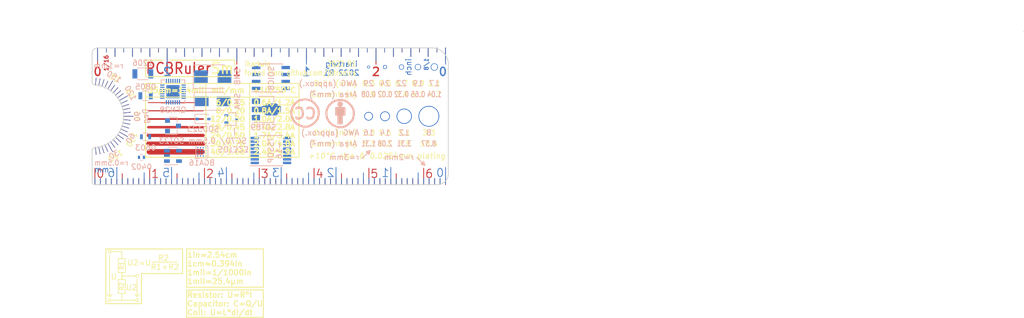
<source format=kicad_pcb>
(kicad_pcb (version 20211014) (generator pcbnew)
  (title_block (title "PCBRulerSmaller") (date "2017-06-14") (rev "1.0") (company "(C) J. Boehmer (JBtronics)") (comment 1 "Licensed under CC BY 3.0"))
  (layers (0 "F.Cu" signal) (31 "B.Cu" signal) (34 "B.Paste" user) (35 "F.Paste" user) (36 "B.SilkS" user "B.Silkscreen") (37 "F.SilkS" user "F.Silkscreen") (38 "B.Mask" user) (39 "F.Mask" user) (44 "Edge.Cuts" user))
  (net 0 "")
  (footprint "PCBRulers:Voltage_Divider" (layer "F.Cu") (at 88.25 135.25)
    (fp_text reference "REF**" hide)
    (fp_text value "Voltage Divider" hide)
    (fp_text user "U" (at 0.6985 4.572) (layer "F.SilkS"))
    (fp_text user "R2" (at 9.779 1.143) (layer "F.SilkS"))
    (fp_text user "R1+R2" (at 10.033 2.794) (layer "F.SilkS"))
    (fp_text user "R2" (at 2.159 6.35 90) (layer "F.SilkS") (effects (font (size 0.75 0.75))))
    (fp_text user "U2" (at 3.937 6.5405) (layer "F.SilkS"))
    (fp_text user "R1" (at 2.159 2.54 90) (layer "F.SilkS") (effects (font (size 0.75 0.75))))
    (fp_text user "U2=U" (at 5.334 2.032) (layer "F.SilkS"))
  )
  (footprint "PCBRulers:Degree_Scale" (layer "F.Cu") (at 85 110.5)
    (fp_text reference "REF**" hide)
    (fp_text value "Degree_Scale" hide)
    (fp_text user "90" (at 8.25 -0.025 -90) (layer "F.SilkS"))
    (fp_text user "60" (at 7 -4.025 -60) (layer "F.SilkS"))
    (fp_text user "30" (at 4 -7.025 -30) (layer "F.SilkS"))
    (fp_line (start 5.190623 2.30419) (end 6.436366 2.858817) (layer "F.Cu") (width 0.1))
    (fp_line (start 5.557691 -1.188158) (end 6.891528 -1.471667) (layer "F.Cu") (width 0.1))
    (fp_line (start 4.920621 2.83409) (end 6.495224 3.743182) (layer "F.Cu") (width 0.1))
    (fp_line (start 4.222436 3.795047) (end 5.235824 4.7075) (layer "F.Cu") (width 0.1))
    (fp_line (start 5.650717 -0.600741) (end 7.006882 -0.743265) (layer "F.Cu") (width 0.1))
    (fp_line (start 4.920621 -2.847717) (end 6.495224 -3.756809) (layer "F.Cu") (width 0.1))
    (fp_line (start 1.755773 5.39691) (end 2.177188 6.693788) (layer "F.Cu") (width 0.1))
    (fp_line (start 2.311054 5.183784) (end 2.86563 6.429527) (layer "F.Cu") (width 0.1))
    (fp_line (start 5.650717 0.58705) (end 7.006882 0.729639) (layer "F.Cu") (width 0.1))
    (fp_line (start 3.801919 4.215585) (end 4.714345 5.228959) (layer "F.Cu") (width 0.1))
    (fp_line (start 3.801919 -4.229282) (end 4.714345 -5.242605) (layer "F.Cu") (width 0.1))
    (fp_line (start 2.840935 4.913783) (end 3.750027 6.488359) (layer "F.Cu") (width 0.1))
    (fp_line (start 5.190623 -2.317835) (end 6.436366 -2.872476) (layer "F.Cu") (width 0.1))
    (fp_line (start 2.311054 -5.197448) (end 2.86563 -6.443161) (layer "F.Cu") (width 0.1))
    (fp_line (start 5.403749 -1.762618) (end 6.700652 -2.183969) (layer "F.Cu") (width 0.1))
    (fp_line (start 2.840935 -4.927409) (end 3.750027 -6.502043) (layer "F.Cu") (width 0.1))
    (fp_line (start 0.59396 5.643859) (end 0.736484 7.000043) (layer "F.Cu") (width 0.1))
    (fp_line (start 3.339708 4.589863) (end 4.141232 5.693069) (layer "F.Cu") (width 0.1))
    (fp_line (start 5.557691 1.174467) (end 6.891528 1.457977) (layer "F.Cu") (width 0.1))
    (fp_line (start 3.339708 -4.603554) (end 4.141232 -5.70674) (layer "F.Cu") (width 0.1))
    (fp_line (start 0.59396 -5.657543) (end 0.736484 -7.013707) (layer "F.Cu") (width 0.1))
    (fp_line (start 4.596708 3.332875) (end 5.699901 4.134381) (layer "F.Cu") (width 0.1))
    (fp_line (start 5.403749 1.748953) (end 6.700652 2.170344) (layer "F.Cu") (width 0.1))
    (fp_line (start 4.596708 -3.346489) (end 5.699901 -4.148077) (layer "F.Cu") (width 0.1))
    (fp_line (start 1.755773 -5.410595) (end 2.177188 -6.707428) (layer "F.Cu") (width 0.1))
    (fp_line (start 5.681839 -0.006846) (end 7.500028 -0.006846) (layer "F.Cu") (width 0.1))
    (fp_line (start 1.181312 -5.564473) (end 1.464823 -6.898316) (layer "F.Cu") (width 0.1))
    (fp_line (start 4.222436 -3.8087) (end 5.235824 -4.721191) (layer "F.Cu") (width 0.1))
    (fp_line (start 1.181312 5.550826) (end 1.464823 6.884663) (layer "F.Cu") (width 0.1))
  )
  (footprint "PCBRulers:Metric_Ruler_64mm_Cu" (layer "F.Cu") (at 92.5 119)
    (fp_text reference "REF**" hide)
    (fp_text value "Metric_Ruler_64mm_Cu")
    (fp_text user "1" (at 4 2) (layer "F.Cu") (effects (font (size 1.5 1.5))))
    (fp_text user "5" (at 44 2) (layer "F.Cu") (effects (font (size 1.5 1.5))))
    (fp_text user "0" (at -6 2) (layer "F.Cu") (effects (font (size 1.5 1.5))))
    (fp_text user "3" (at 24 2) (layer "F.Cu") (effects (font (size 1.5 1.5))))
    (fp_text user "4" (at 34 2) (layer "F.Cu") (effects (font (size 1.5 1.5))))
    (fp_text user "2" (at 14 2) (layer "F.Cu") (effects (font (size 1.5 1.5))))
    (fp_text user "6" (at 54 2) (layer "F.Cu") (effects (font (size 1.5 1.5))))
    (fp_line (start -2 4) (end -2 2) (layer "F.Cu") (width 0.15))
    (fp_line (start 42 4) (end 42 3) (layer "F.Cu") (width 0.15))
    (fp_line (start 49 4) (end 49 3) (layer "F.Cu") (width 0.15))
    (fp_line (start 44 4) (end 44 3) (layer "F.Cu") (width 0.15))
    (fp_line (start 17 4) (end 17 3) (layer "F.Cu") (width 0.15))
    (fp_line (start 10 4) (end 10 3) (layer "F.Cu") (width 0.15))
    (fp_line (start 32 4) (end 32 3) (layer "F.Cu") (width 0.15))
    (fp_line (start -1 4) (end -1 3) (layer "F.Cu") (width 0.15))
    (fp_line (start 47 4) (end 47 3) (layer "F.Cu") (width 0.15))
    (fp_line (start 5 4) (end 5 3) (layer "F.Cu") (width 0.15))
    (fp_line (start 23 4) (end 23 1) (layer "F.Cu") (width 0.15))
    (fp_line (start 14 4) (end 14 3) (layer "F.Cu") (width 0.15))
    (fp_line (start 56 4) (end 56 3) (layer "F.Cu") (width 0.15))
    (fp_line (start 6 4) (end 6 3) (layer "F.Cu") (width 0.15))
    (fp_line (start 20 4) (end 20 3) (layer "F.Cu") (width 0.15))
    (fp_line (start 13 4) (end 13 1) (layer "F.Cu") (width 0.15))
    (fp_line (start 16 4) (end 16 3) (layer "F.Cu") (width 0.15))
    (fp_line (start 3 4) (end 3 1) (layer "F.Cu") (width 0.15))
    (fp_line (start 24 4) (end 24 3) (layer "F.Cu") (width 0.15))
    (fp_line (start 36 4) (end 36 3) (layer "F.Cu") (width 0.15))
    (fp_line (start 21 4) (end 21 3) (layer "F.Cu") (width 0.15))
    (fp_line (start 43 4) (end 43 1) (layer "F.Cu") (width 0.15))
    (fp_line (start 25 4) (end 25 3) (layer "F.Cu") (width 0.15))
    (fp_line (start 2 4) (end 2 3) (layer "F.Cu") (width 0.15))
    (fp_line (start 39 4) (end 39 3) (layer "F.Cu") (width 0.15))
    (fp_line (start -6 4) (end -6 3) (layer "F.Cu") (width 0.15))
    (fp_line (start 29 4) (end 29 3) (layer "F.Cu") (width 0.15))
    (fp_line (start 30 4) (end 30 3) (layer "F.Cu") (width 0.15))
    (fp_line (start 27 4) (end 27 3) (layer "F.Cu") (width 0.15))
    (fp_line (start 22 4) (end 22 3) (layer "F.Cu") (width 0.15))
    (fp_line (start -3 4) (end -3 3) (layer "F.Cu") (width 0.15))
    (fp_line (start 18 4) (end 18 2) (layer "F.Cu") (width 0.15))
    (fp_line (start 46 4) (end 46 3) (layer "F.Cu") (width 0.15))
    (fp_line (start 38 4) (end 38 2) (layer "F.Cu") (width 0.15))
    (fp_line (start 35 4) (end 35 3) (layer "F.Cu") (width 0.15))
    (fp_line (start 51 4) (end 51 3) (layer "F.Cu") (width 0.15))
    (fp_line (start 48 4) (end 48 2) (layer "F.Cu") (width 0.15))
    (fp_line (start 31 4) (end 31 3) (layer "F.Cu") (width 0.15))
    (fp_line (start 33 4) (end 33 1) (layer "F.Cu") (width 0.15))
    (fp_line (start 34 4) (end 34 3) (layer "F.Cu") (width 0.15))
    (fp_line (start 54 4) (end 54 3) (layer "F.Cu") (width 0.15))
    (fp_line (start 45 4) (end 45 3) (layer "F.Cu") (width 0.15))
    (fp_line (start 8 4) (end 8 2) (layer "F.Cu") (width 0.15))
    (fp_line (start 40 4) (end 40 3) (layer "F.Cu") (width 0.15))
    (fp_line (start 12 4) (end 12 3) (layer "F.Cu") (width 0.15))
    (fp_line (start 7 4) (end 7 3) (layer "F.Cu") (width 0.15))
    (fp_line (start 9 4) (end 9 3) (layer "F.Cu") (width 0.15))
    (fp_line (start 28 4) (end 28 2) (layer "F.Cu") (width 0.15))
    (fp_line (start 0 4) (end 0 3) (layer "F.Cu") (width 0.15))
    (fp_line (start 11 4) (end 11 3) (layer "F.Cu") (width 0.15))
    (fp_line (start 55 4) (end 55 3) (layer "F.Cu") (width 0.15))
    (fp_line (start 53 4) (end 53 1) (layer "F.Cu") (width 0.15))
    (fp_line (start -4 4) (end -4 3) (layer "F.Cu") (width 0.15))
    (fp_line (start 4 4) (end 4 3) (layer "F.Cu") (width 0.15))
    (fp_line (start 50 4) (end 50 3) (layer "F.Cu") (width 0.15))
    (fp_line (start 41 4) (end 41 3) (layer "F.Cu") (width 0.15))
    (fp_line (start -7 4) (end -7 1) (layer "F.Cu") (width 0.15))
    (fp_line (start -5 4) (end -5 3) (layer "F.Cu") (width 0.15))
    (fp_line (start 19 4) (end 19 3) (layer "F.Cu") (width 0.15))
    (fp_line (start 57 4) (end 57 3) (layer "F.Cu") (width 0.15))
    (fp_line (start 15 4) (end 15 3) (layer "F.Cu") (width 0.15))
    (fp_line (start 37 4) (end 37 3) (layer "F.Cu") (width 0.15))
    (fp_line (start 52 4) (end 52 3) (layer "F.Cu") (width 0.15))
    (fp_line (start 26 4) (end 26 3) (layer "F.Cu") (width 0.15))
    (fp_line (start 1 4) (end 1 3) (layer "F.Cu") (width 0.15))
  )
  (footprint "PCBRulers:Inch_Ruler_2.5in_16th_Cu" (layer "F.Cu") (at 86 98)
    (fp_text reference "REF**" hide)
    (fp_text value "Inch_Ruler_2.5in_16th_Cu")
    (fp_text user "0" (at 0 4.365625) (layer "F.Cu") (effects (font (size 1.5 1.5) (thickness 0.25))))
    (fp_text user "1" (at 25.4 4.365625) (layer "F.Cu") (effects (font (size 1.5 1.5) (thickness 0.25))))
    (fp_text user "1/16" (at 1.5875 2.778125 90) (layer "F.Cu") (effects (font (size 0.75 0.75))))
    (fp_text user "2" (at 50.8 4.365625) (layer "F.Cu") (effects (font (size 1.5 1.5) (thickness 0.25))))
    (fp_line (start 44.45 0) (end 44.45 1.5875) (layer "F.Cu") (width 0.15))
    (fp_line (start 47.625 0) (end 47.625 1.5875) (layer "F.Cu") (width 0.15))
    (fp_line (start 30.1625 0) (end 30.1625 0.79375) (layer "F.Cu") (width 0.12))
    (fp_line (start 53.975 0) (end 53.975 1.5875) (layer "F.Cu") (width 0.15))
    (fp_line (start 25.4 0) (end 25.4 3) (layer "F.Cu") (width 0.15))
    (fp_line (start 19.05 0) (end 19.05 1.5875) (layer "F.Cu") (width 0.15))
    (fp_line (start 61.9125 0) (end 61.9125 0.79375) (layer "F.Cu") (width 0.12))
    (fp_line (start 33.3375 0) (end 33.3375 0.79375) (layer "F.Cu") (width 0.12))
    (fp_line (start 6.35 0) (end 6.35 1.5875) (layer "F.Cu") (width 0.15))
    (fp_line (start 49.2125 0) (end 49.2125 0.79375) (layer "F.Cu") (width 0.12))
    (fp_line (start 39.6875 0) (end 39.6875 0.79375) (layer "F.Cu") (width 0.12))
    (fp_line (start 17.4625 0) (end 17.4625 0.79375) (layer "F.Cu") (width 0.12))
    (fp_line (start 31.75 0) (end 31.75 1.5875) (layer "F.Cu") (width 0.15))
    (fp_line (start 52.3875 0) (end 52.3875 0.79375) (layer "F.Cu") (width 0.12))
    (fp_line (start 22.225 0) (end 22.225 1.5875) (layer "F.Cu") (width 0.15))
    (fp_line (start 63.5 0) (end 63.5 2.38125) (layer "F.Cu") (width 0.15))
    (fp_line (start 3.175 0) (end 3.175 1.5875) (layer "F.Cu") (width 0.15))
    (fp_line (start 58.7375 0) (end 58.7375 0.79375) (layer "F.Cu") (width 0.12))
    (fp_line (start 46.0375 0) (end 46.0375 0.79375) (layer "F.Cu") (width 0.12))
    (fp_line (start 1.5875 0) (end 1.5875 0.79375) (layer "F.Cu") (width 0.12))
    (fp_line (start 7.9375 0) (end 7.9375 0.79375) (layer "F.Cu") (width 0.12))
    (fp_line (start 0 0) (end 0 3) (layer "F.Cu") (width 0.15))
    (fp_line (start 26.9875 0) (end 26.9875 0.79375) (layer "F.Cu") (width 0.12))
    (fp_line (start 34.925 0) (end 34.925 1.5875) (layer "F.Cu") (width 0.15))
    (fp_line (start 4.7625 0) (end 4.7625 0.79375) (layer "F.Cu") (width 0.12))
    (fp_line (start 23.8125 0) (end 23.8125 0.79375) (layer "F.Cu") (width 0.12))
    (fp_line (start 12.7 0) (end 12.7 2.38125) (layer "F.Cu") (width 0.15))
    (fp_line (start 57.15 0) (end 57.15 1.5875) (layer "F.Cu") (width 0.15))
    (fp_line (start 15.875 0) (end 15.875 1.5875) (layer "F.Cu") (width 0.15))
    (fp_line (start 41.275 0) (end 41.275 1.5875) (layer "F.Cu") (width 0.15))
    (fp_line (start 11.1125 0) (end 11.1125 0.79375) (layer "F.Cu") (width 0.12))
    (fp_line (start 38.1 0) (end 38.1 2.38125) (layer "F.Cu") (width 0.15))
    (fp_line (start 20.6375 0) (end 20.6375 0.79375) (layer "F.Cu") (width 0.12))
    (fp_line (start 28.575 0) (end 28.575 1.5875) (layer "F.Cu") (width 0.15))
    (fp_line (start 9.525 0) (end 9.525 1.5875) (layer "F.Cu") (width 0.15))
    (fp_line (start 14.2875 0) (end 14.2875 0.79375) (layer "F.Cu") (width 0.12))
    (fp_line (start 42.8625 0) (end 42.8625 0.79375) (layer "F.Cu") (width 0.12))
    (fp_line (start 60.325 0) (end 60.325 1.5875) (layer "F.Cu") (width 0.15))
    (fp_line (start 55.5625 0) (end 55.5625 0.79375) (layer "F.Cu") (width 0.12))
    (fp_line (start 36.5125 0) (end 36.5125 0.79375) (layer "F.Cu") (width 0.12))
    (fp_line (start 50.8 0) (end 50.8 3) (layer "F.Cu") (width 0.15))
  )
  (footprint "PCBRulers:Drills_Small" (layer "F.Cu") (at 140.45 89.5)
    (fp_text reference "REF**" hide)
    (fp_text value "Drills_Small" hide)
    (fp_text user "12" (at 1.5 24) (layer "B.SilkS") (effects (justify mirror)))
    (fp_text user "8" (at 6 24) (layer "B.SilkS") (effects (justify mirror)))
    (fp_text user "2" (at -14.5 16.75) (layer "B.SilkS") (effects (font (size 0.7 0.7)) (justify left mirror)))
    (fp_text user "2" (at -14.5 25.75) (layer "B.SilkS") (effects (font (size 0.7 0.7)) (justify left mirror)))
    (fp_text user "16" (at -5 24) (layer "B.SilkS") (effects (justify mirror)))
    (fp_text user "17" (at 7 15) (layer "B.SilkS") (effects (justify mirror)))
    (fp_text user "AWG (approx.)" (at -7 15) (layer "B.SilkS") (effects (justify left mirror)))
    (fp_text user "AWG (approx.)" (at -12 24) (layer "B.SilkS") (effects (justify mirror)))
    (fp_text user "29" (at -5 15) (layer "B.SilkS") (effects (justify mirror)))
    (fp_text user "1.31" (at -5 26) (layer "B.SilkS") (effects (font (size 1 0.8)) (justify mirror)))
    (fp_text user "14" (at -2 24) (layer "B.SilkS") (effects (justify mirror)))
    (fp_text user "Area (mm )" (at -7 17) (layer "B.SilkS") (effects (justify left mirror)))
    (fp_text user "1.04" (at 7 17) (layer "B.SilkS") (effects (font (size 1 0.8)) (justify mirror)))
    (fp_text user "0.08" (at -5 17) (layer "B.SilkS") (effects (font (size 1 0.8)) (justify mirror)))
    (fp_text user "0.32" (at 1 17) (layer "B.SilkS") (effects (font (size 1 0.8)) (justify mirror)))
    (fp_text user "2.08" (at -2 26) (layer "B.SilkS") (effects (font (size 1 0.8)) (justify mirror)))
    (fp_text user "22" (at 1 15) (layer "B.SilkS") (effects (justify mirror)))
    (fp_text user "24" (at -2 15) (layer "B.SilkS") (effects (justify mirror)))
    (fp_text user "8.37" (at 6 26) (layer "B.SilkS") (effects (font (size 1 0.8)) (justify mirror)))
    (fp_text user "3.31" (at 1.5 26) (layer "B.SilkS") (effects (font (size 1 0.8)) (justify mirror)))
    (fp_text user "19" (at 4 15) (layer "B.SilkS") (effects (justify mirror)))
    (fp_text user "0.65" (at 4 17) (layer "B.SilkS") (effects (font (size 1 0.8)) (justify mirror)))
    (fp_text user "Area (mm )" (at -7 26) (layer "B.SilkS") (effects (justify left mirror)))
    (fp_text user "0.02" (at -2 17) (layer "B.SilkS") (effects (font (size 1 0.8)) (justify mirror)))
    (fp_text user "Drill (mm)" (at -7 24) (layer "F.SilkS") (effects (justify right)))
    (fp_text user "1.6" (at -2 24) (layer "F.SilkS"))
    (fp_text user "0.9" (at 4 15) (layer "F.SilkS"))
    (fp_text user "1.9" (at -5 17) (layer "F.SilkS"))
    (fp_text user "Drill (mm)" (at -7 15) (layer "F.SilkS") (effects (justify right)))
    (fp_text user "2.7" (at -2 17) (layer "F.SilkS"))
    (fp_text user "6.2" (at -2 26) (layer "F.SilkS"))
    (fp_text user "3.3" (at 6 24) (layer "F.SilkS"))
    (fp_text user "10.4" (at 6 26) (layer "F.SilkS"))
    (fp_text user "Current (A)" (at -7 17) (layer "F.SilkS") (effects (justify right)))
    (fp_text user "4.1" (at 4 17) (layer "F.SilkS"))
    (fp_text user "0.7" (at 1 15) (layer "F.SilkS"))
    (fp_text user "1.1" (at 7 15) (layer "F.SilkS"))
    (fp_text user "0.3" (at -5 15) (layer "F.SilkS"))
    (fp_text user "+10°C rise & 0.0254mm plating" (at -3.5 28.25) (layer "F.SilkS") (effects (font (thickness 0.15) italic)))
    (fp_text user "4.7" (at 7 17) (layer "F.SilkS"))
    (fp_text user "Current (A)" (at -7 26) (layer "F.SilkS") (effects (justify right)))
    (fp_text user "0.5" (at -2 15) (layer "F.SilkS"))
    (fp_text user "2.1" (at 1.5 24) (layer "F.SilkS"))
    (fp_text user "7.5" (at 1.5 26) (layer "F.SilkS"))
    (fp_text user "5.3" (at -5 26) (layer "F.SilkS"))
    (fp_text user "3.4" (at 1 17) (layer "F.SilkS"))
    (fp_text user "1.3" (at -5 24) (layer "F.SilkS"))
    (pad "" np_thru_hole circle (at 1.5 21) (size 2.8 2.8) (drill 2.5) (layers "B.Cu" "B.Mask"))
    (pad "" np_thru_hole circle (at -2 12) (size 0.75 0.75) (drill 0.5) (layers "B.Cu" "B.Mask"))
    (pad "" np_thru_hole circle (at 6 21) (size 3.8 3.8) (drill 3.5) (layers "B.Cu" "B.Mask"))
    (pad "" np_thru_hole circle (at -2 21) (size 1.8 1.8) (drill 1.5) (layers "B.Cu" "B.Mask"))
    (pad "" np_thru_hole circle (at -5 12) (size 0.55 0.55) (drill 0.3048) (layers "B.Cu" "B.Mask"))
    (pad "" np_thru_hole circle (at 1 12) (size 0.95 0.95) (drill 0.7) (layers "B.Cu" "B.Mask"))
    (pad "" np_thru_hole circle (at -5 21) (size 1.6 1.6) (drill 1.3) (layers "B.Cu" "B.Mask"))
    (pad "" np_thru_hole circle (at 7 12) (size 1.35 1.35) (drill 1.1) (layers "B.Cu" "B.Mask"))
    (pad "" np_thru_hole circle (at 4 12) (size 1.15 1.15) (drill 0.9) (layers "B.Cu" "B.Mask"))
  )
  (footprint "Resistors_SMD:R_1206" (layer "B.Cu") (at 94.25 102.75 180)
    (fp_text reference "1206" (at 0 2 180) (layer "B.SilkS") (effects (justify mirror)))
    (fp_text value "R_1206" hide)
    (pad "1" smd rect locked (at -1.45 0 180) (size 0.9 1.7) (layers "B.Cu" "B.Paste" "B.Mask"))
    (pad "2" smd rect locked (at 1.45 0 180) (size 0.9 1.7) (layers "B.Cu" "B.Paste" "B.Mask"))
  )
  (footprint "Resistors_SMD:R_0805" (layer "B.Cu") (at 94.75 106.75 180)
    (fp_text reference "0805" (at 0 1.65 180) (layer "B.SilkS") (effects (justify mirror)))
    (fp_text value "R_0805")
    (pad "1" smd rect locked (at -0.95 0 180) (size 0.7 1.3) (layers "B.Cu" "B.Paste" "B.Mask"))
    (pad "2" smd rect locked (at 0.95 0 180) (size 0.7 1.3) (layers "B.Cu" "B.Paste" "B.Mask"))
  )
  (footprint "Resistors_SMD:R_0603" (layer "B.Cu") (at 94.75 114.25 180)
    (fp_text reference "0603" (at 0 -2) (layer "B.SilkS") (effects (justify mirror)))
    (fp_text value "R_0603")
    (pad "1" smd rect locked (at -0.75 0 180) (size 0.5 0.9) (layers "B.Cu" "B.Paste" "B.Mask"))
    (pad "2" smd rect locked (at 0.75 0 180) (size 0.5 0.9) (layers "B.Cu" "B.Paste" "B.Mask"))
  )
  (footprint "Resistors_SMD:R_0402" (layer "B.Cu") (at 94 118 180)
    (fp_text reference "0402" (at 0 -1.75) (layer "B.SilkS") (effects (justify mirror)))
    (fp_text value "R_0402")
    (pad "1" smd rect locked (at -0.45 0 180) (size 0.4 0.6) (layers "B.Cu" "B.Paste" "B.Mask"))
    (pad "2" smd rect locked (at 0.45 0 180) (size 0.4 0.6) (layers "B.Cu" "B.Paste" "B.Mask"))
  )
  (footprint "Housings_SSOP:TSSOP-16_4.4x5mm_Pitch0.65mm" (layer "B.Cu") (at 117.625 116.75)
    (fp_text reference "TSSOP" (at 0 0 90) (layer "B.SilkS") (effects (justify mirror)))
    (fp_text value "TSSOP-16_4.4x5mm_Pitch0.65mm")
    (pad "1" smd rect locked (at -2.95 2.275) (size 1.5 0.45) (layers "B.Cu" "B.Paste" "B.Mask"))
    (pad "2" smd rect locked (at -2.95 1.625) (size 1.5 0.45) (layers "B.Cu" "B.Paste" "B.Mask"))
    (pad "3" smd rect locked (at -2.95 0.975) (size 1.5 0.45) (layers "B.Cu" "B.Paste" "B.Mask"))
    (pad "4" smd rect locked (at -2.95 0.325) (size 1.5 0.45) (layers "B.Cu" "B.Paste" "B.Mask"))
    (pad "5" smd rect locked (at -2.95 -0.325) (size 1.5 0.45) (layers "B.Cu" "B.Paste" "B.Mask"))
    (pad "6" smd rect locked (at -2.95 -0.975) (size 1.5 0.45) (layers "B.Cu" "B.Paste" "B.Mask"))
    (pad "7" smd rect locked (at -2.95 -1.625) (size 1.5 0.45) (layers "B.Cu" "B.Paste" "B.Mask"))
    (pad "8" smd rect locked (at -2.95 -2.275) (size 1.5 0.45) (layers "B.Cu" "B.Paste" "B.Mask"))
    (pad "9" smd rect locked (at 2.95 -2.275) (size 1.5 0.45) (layers "B.Cu" "B.Paste" "B.Mask"))
    (pad "10" smd rect locked (at 2.95 -1.625) (size 1.5 0.45) (layers "B.Cu" "B.Paste" "B.Mask"))
    (pad "11" smd rect locked (at 2.95 -0.975) (size 1.5 0.45) (layers "B.Cu" "B.Paste" "B.Mask"))
    (pad "12" smd rect locked (at 2.95 -0.325) (size 1.5 0.45) (layers "B.Cu" "B.Paste" "B.Mask"))
    (pad "13" smd rect locked (at 2.95 0.325) (size 1.5 0.45) (layers "B.Cu" "B.Paste" "B.Mask"))
    (pad "14" smd rect locked (at 2.95 0.975) (size 1.5 0.45) (layers "B.Cu" "B.Paste" "B.Mask"))
    (pad "15" smd rect locked (at 2.95 1.625) (size 1.5 0.45) (layers "B.Cu" "B.Paste" "B.Mask"))
    (pad "16" smd rect locked (at 2.95 2.275) (size 1.5 0.45) (layers "B.Cu" "B.Paste" "B.Mask"))
  )
  (footprint "Diodes_SMD:D_SOD-323" (layer "B.Cu") (at 105.25 111)
    (fp_text reference "SOD323" (at 0 1.85) (layer "B.SilkS") (effects (justify mirror)))
    (fp_text value "D_SOD-323")
    (pad "1" smd rect locked (at -1.05 0) (size 0.6 0.45) (layers "B.Cu" "B.Paste" "B.Mask"))
    (pad "2" smd rect locked (at 1.05 0) (size 0.6 0.45) (layers "B.Cu" "B.Paste" "B.Mask"))
  )
  (footprint "Diodes_SMD:D_SMA" (layer "B.Cu") (at 107 107.75)
    (fp_text reference "SMA" (at 4.5 0 90) (layer "B.SilkS") (effects (justify mirror)))
    (fp_text value "D_SMA")
    (pad "1" smd rect locked (at -2 0) (size 2.5 1.8) (layers "B.Cu" "B.Paste" "B.Mask"))
    (pad "2" smd rect locked (at 2 0) (size 2.5 1.8) (layers "B.Cu" "B.Paste" "B.Mask"))
  )
  (footprint "Diodes_SMD:D_SMB" (layer "B.Cu") (at 107 103.25)
    (fp_text reference "SMB" (at 4.5 0 90) (layer "B.SilkS") (effects (justify mirror)))
    (fp_text value "D_SMB")
    (pad "1" smd rect locked (at -2.15 0) (size 2.5 2.3) (layers "B.Cu" "B.Paste" "B.Mask"))
    (pad "2" smd rect locked (at 2.15 0) (size 2.5 2.3) (layers "B.Cu" "B.Paste" "B.Mask"))
  )
  (footprint "TO_SOT_Packages_SMD:SOT-23" (layer "B.Cu") (at 99.75 112.25)
    (fp_text reference "SOT23" (at -0.25 2.75 180) (layer "B.SilkS") (effects (justify mirror)))
    (fp_text value "SOT-23")
    (pad "1" smd rect locked (at -1 0.95) (size 0.9 0.8) (layers "B.Cu" "B.Paste" "B.Mask"))
    (pad "2" smd rect locked (at -1 -0.95) (size 0.9 0.8) (layers "B.Cu" "B.Paste" "B.Mask"))
    (pad "3" smd rect locked (at 1 0) (size 0.9 0.8) (layers "B.Cu" "B.Paste" "B.Mask"))
  )
  (footprint "TO_SOT_Packages_SMD:SOT-23-5" (layer "B.Cu") (at 99.75 117.75)
    (fp_text reference "SOT23-5" hide)
    (fp_text value "SOT-23-5")
    (pad "1" smd rect locked (at -1.1 0.95) (size 1.06 0.65) (layers "B.Cu" "B.Paste" "B.Mask"))
    (pad "2" smd rect locked (at -1.1 0) (size 1.06 0.65) (layers "B.Cu" "B.Paste" "B.Mask"))
    (pad "3" smd rect locked (at -1.1 -0.95) (size 1.06 0.65) (layers "B.Cu" "B.Paste" "B.Mask"))
    (pad "4" smd rect locked (at 1.1 -0.95) (size 1.06 0.65) (layers "B.Cu" "B.Paste" "B.Mask"))
    (pad "5" smd rect locked (at 1.1 0.95) (size 1.06 0.65) (layers "B.Cu" "B.Paste" "B.Mask"))
  )
  (footprint "Housings_SOIC:SOIC-8_3.9x4.9mm_Pitch1.27mm" (layer "B.Cu") (at 117.625 103.5)
    (fp_text reference "SOIC8" (at 0.05 0.05 90) (layer "B.SilkS") (effects (justify mirror)))
    (fp_text value "SOIC-8_3.9x4.9mm_Pitch1.27mm")
    (pad "1" smd rect locked (at -2.7 1.905) (size 1.55 0.6) (layers "B.Cu" "B.Paste" "B.Mask"))
    (pad "2" smd rect locked (at -2.7 0.635) (size 1.55 0.6) (layers "B.Cu" "B.Paste" "B.Mask"))
    (pad "3" smd rect locked (at -2.7 -0.635) (size 1.55 0.6) (layers "B.Cu" "B.Paste" "B.Mask"))
    (pad "4" smd rect locked (at -2.7 -1.905) (size 1.55 0.6) (layers "B.Cu" "B.Paste" "B.Mask"))
    (pad "5" smd rect locked (at 2.7 -1.905) (size 1.55 0.6) (layers "B.Cu" "B.Paste" "B.Mask"))
    (pad "6" smd rect locked (at 2.7 -0.635) (size 1.55 0.6) (layers "B.Cu" "B.Paste" "B.Mask"))
    (pad "7" smd rect locked (at 2.7 0.635) (size 1.55 0.6) (layers "B.Cu" "B.Paste" "B.Mask"))
    (pad "8" smd rect locked (at 2.7 1.905) (size 1.55 0.6) (layers "B.Cu" "B.Paste" "B.Mask"))
  )
  (footprint "Housings_DFN_QFN:QFN-28-1EP_4x4mm_Pitch0.4mm" (layer "B.Cu") (at 99.75 106)
    (fp_text reference "QFN28" (at 0 3.35) (layer "B.SilkS") (effects (justify mirror)))
    (fp_text value "QFN-28-1EP_4x4mm_Pitch0.4mm")
    (pad "1" smd rect locked (at -1.95 1.2) (size 0.8 0.2) (layers "B.Cu" "B.Paste" "B.Mask"))
    (pad "2" smd rect locked (at -1.95 0.8) (size 0.8 0.2) (layers "B.Cu" "B.Paste" "B.Mask"))
    (pad "3" smd rect locked (at -1.95 0.4) (size 0.8 0.2) (layers "B.Cu" "B.Paste" "B.Mask"))
    (pad "4" smd rect locked (at -1.95 0) (size 0.8 0.2) (layers "B.Cu" "B.Paste" "B.Mask"))
    (pad "5" smd rect locked (at -1.95 -0.4) (size 0.8 0.2) (layers "B.Cu" "B.Paste" "B.Mask"))
    (pad "6" smd rect locked (at -1.95 -0.8) (size 0.8 0.2) (layers "B.Cu" "B.Paste" "B.Mask"))
    (pad "7" smd rect locked (at -1.95 -1.2) (size 0.8 0.2) (layers "B.Cu" "B.Paste" "B.Mask"))
    (pad "8" smd rect locked (at -1.2 -1.95 270) (size 0.8 0.2) (layers "B.Cu" "B.Paste" "B.Mask"))
    (pad "9" smd rect locked (at -0.8 -1.95 270) (size 0.8 0.2) (layers "B.Cu" "B.Paste" "B.Mask"))
    (pad "10" smd rect locked (at -0.4 -1.95 270) (size 0.8 0.2) (layers "B.Cu" "B.Paste" "B.Mask"))
    (pad "11" smd rect locked (at 0 -1.95 270) (size 0.8 0.2) (layers "B.Cu" "B.Paste" "B.Mask"))
    (pad "12" smd rect locked (at 0.4 -1.95 270) (size 0.8 0.2) (layers "B.Cu" "B.Paste" "B.Mask"))
    (pad "13" smd rect locked (at 0.8 -1.95 270) (size 0.8 0.2) (layers "B.Cu" "B.Paste" "B.Mask"))
    (pad "14" smd rect locked (at 1.2 -1.95 270) (size 0.8 0.2) (layers "B.Cu" "B.Paste" "B.Mask"))
    (pad "15" smd rect locked (at 1.95 -1.2) (size 0.8 0.2) (layers "B.Cu" "B.Paste" "B.Mask"))
    (pad "16" smd rect locked (at 1.95 -0.8) (size 0.8 0.2) (layers "B.Cu" "B.Paste" "B.Mask"))
    (pad "17" smd rect locked (at 1.95 -0.4) (size 0.8 0.2) (layers "B.Cu" "B.Paste" "B.Mask"))
    (pad "18" smd rect locked (at 1.95 0) (size 0.8 0.2) (layers "B.Cu" "B.Paste" "B.Mask"))
    (pad "19" smd rect locked (at 1.95 0.4) (size 0.8 0.2) (layers "B.Cu" "B.Paste" "B.Mask"))
    (pad "20" smd rect locked (at 1.95 0.8) (size 0.8 0.2) (layers "B.Cu" "B.Paste" "B.Mask"))
    (pad "21" smd rect locked (at 1.95 1.2) (size 0.8 0.2) (layers "B.Cu" "B.Paste" "B.Mask"))
    (pad "22" smd rect locked (at 1.2 1.95 270) (size 0.8 0.2) (layers "B.Cu" "B.Paste" "B.Mask"))
    (pad "23" smd rect locked (at 0.8 1.95 270) (size 0.8 0.2) (layers "B.Cu" "B.Paste" "B.Mask"))
    (pad "24" smd rect locked (at 0.4 1.95 270) (size 0.8 0.2) (layers "B.Cu" "B.Paste" "B.Mask"))
    (pad "25" smd rect locked (at 0 1.95 270) (size 0.8 0.2) (layers "B.Cu" "B.Paste" "B.Mask"))
    (pad "26" smd rect locked (at -0.4 1.95 270) (size 0.8 0.2) (layers "B.Cu" "B.Paste" "B.Mask"))
    (pad "27" smd rect locked (at -0.8 1.95 270) (size 0.8 0.2) (layers "B.Cu" "B.Paste" "B.Mask"))
    (pad "28" smd rect locked (at -1.2 1.95 270) (size 0.8 0.2) (layers "B.Cu" "B.Paste" "B.Mask"))
    (pad "29" smd rect locked (at -0.6 -0.6) (size 1.2 1.2) (layers "B.Cu" "B.Paste" "B.Mask"))
    (pad "29" smd rect locked (at 0.6 0.6) (size 1.2 1.2) (layers "B.Cu" "B.Paste" "B.Mask"))
    (pad "29" smd rect locked (at 0.6 -0.6) (size 1.2 1.2) (layers "B.Cu" "B.Paste" "B.Mask"))
    (pad "29" smd rect locked (at -0.6 0.6) (size 1.2 1.2) (layers "B.Cu" "B.Paste" "B.Mask"))
  )
  (footprint "TO_SOT_Packages_SMD:SOT-89-3" (layer "B.Cu") (at 116.375 109.25)
    (fp_text reference "SOT89" (at -0.125 3.25) (layer "B.SilkS") (effects (justify mirror)))
    (fp_text value "SOT-89-3")
    (pad "1" smd rect locked (at -1.48 1.5 90) (size 1 1.5) (layers "B.Cu" "B.Paste" "B.Mask"))
    (pad "2" smd trapezoid locked (at -0.0762 0 270) (size 1.5 1) (rect_delta 0 -0.7) (layers "B.Cu" "B.Paste" "B.Mask"))
    (pad "2" smd rect locked (at 1.3335 0 90) (size 2.2 1.84) (layers "B.Cu" "B.Paste" "B.Mask"))
    (pad "2" smd trapezoid locked (at 2.667 0 90) (size 1.6 0.85) (rect_delta 0 -0.6) (layers "B.Cu" "B.Paste" "B.Mask"))
    (pad "2" smd rect locked (at -1.3335 0 90) (size 1 1.8) (layers "B.Cu" "B.Paste" "B.Mask"))
    (pad "3" smd rect locked (at -1.48 -1.5 90) (size 1 1.5) (layers "B.Cu" "B.Paste" "B.Mask"))
  )
  (footprint "TO_SOT_Packages_SMD:SOT-323_SC-70" (layer "B.Cu") (at 110.5 111)
    (fp_text reference "SC70/" (at 0.25 4) (layer "B.SilkS") (effects (justify mirror)))
    (fp_text value "SOT-323_SC-70")
    (pad "1" smd rect locked (at -1 0.65 90) (size 0.45 0.7) (layers "B.Cu" "B.Paste" "B.Mask"))
    (pad "2" smd rect locked (at -1 -0.65 90) (size 0.45 0.7) (layers "B.Cu" "B.Paste" "B.Mask"))
    (pad "3" smd rect locked (at 1 0 90) (size 0.45 0.7) (layers "B.Cu" "B.Paste" "B.Mask"))
  )
  (footprint "Housings_BGA:BGA-16_4x4_1.92x1.92mm_Pitch0.5mm" (layer "B.Cu") (at 105.025 117)
    (fp_text reference "BGA16" (at 0 2) (layer "B.SilkS") (effects (justify mirror)))
    (fp_text value "BGA-16_4x4_1.92x1.92mm_Pitch0.5mm")
    (pad "A1" smd circle locked (at -0.75 0.75) (size 0.25 0.25) (layers "B.Cu" "B.Paste" "B.Mask"))
    (pad "A2" smd circle locked (at -0.25 0.75) (size 0.25 0.25) (layers "B.Cu" "B.Paste" "B.Mask"))
    (pad "A3" smd circle locked (at 0.25 0.75) (size 0.25 0.25) (layers "B.Cu" "B.Paste" "B.Mask"))
    (pad "A4" smd circle locked (at 0.75 0.75) (size 0.25 0.25) (layers "B.Cu" "B.Paste" "B.Mask"))
    (pad "B1" smd circle locked (at -0.75 0.25) (size 0.25 0.25) (layers "B.Cu" "B.Paste" "B.Mask"))
    (pad "B2" smd circle locked (at -0.25 0.25) (size 0.25 0.25) (layers "B.Cu" "B.Paste" "B.Mask"))
    (pad "B3" smd circle locked (at 0.25 0.25) (size 0.25 0.25) (layers "B.Cu" "B.Paste" "B.Mask"))
    (pad "B4" smd circle locked (at 0.75 0.25) (size 0.25 0.25) (layers "B.Cu" "B.Paste" "B.Mask"))
    (pad "C1" smd circle locked (at -0.75 -0.25) (size 0.25 0.25) (layers "B.Cu" "B.Paste" "B.Mask"))
    (pad "C2" smd circle locked (at -0.25 -0.25) (size 0.25 0.25) (layers "B.Cu" "B.Paste" "B.Mask"))
    (pad "C3" smd circle locked (at 0.25 -0.25) (size 0.25 0.25) (layers "B.Cu" "B.Paste" "B.Mask"))
    (pad "C4" smd circle locked (at 0.75 -0.25) (size 0.25 0.25) (layers "B.Cu" "B.Paste" "B.Mask"))
    (pad "D1" smd circle locked (at -0.75 -0.75) (size 0.25 0.25) (layers "B.Cu" "B.Paste" "B.Mask"))
    (pad "D2" smd circle locked (at -0.25 -0.75) (size 0.25 0.25) (layers "B.Cu" "B.Paste" "B.Mask"))
    (pad "D3" smd circle locked (at 0.25 -0.75) (size 0.25 0.25) (layers "B.Cu" "B.Paste" "B.Mask"))
    (pad "D4" smd circle locked (at 0.75 -0.75) (size 0.25 0.25) (layers "B.Cu" "B.Paste" "B.Mask"))
  )
  (footprint "PCBRulers:Symbol_CreativeCommons_SilkTop_Type2_Small" (layer "B.Cu") (at 124 110 180)
    (fp_text reference "REF**" hide)
    (fp_text value "Symbol_CreativeCommons_CopperTop_Type2_Small")
  )
  (footprint "PCBRulers:Symbol_CC-Attribution_SilkTop_Small" (layer "B.Cu") (at 130.25 110 180)
    (fp_text reference "REF**" hide)
    (fp_text value "Symbol_CC-Attribution_CopperTop_Small")
  )
  (footprint "PCBRulers:Degree_Scale" (layer "B.Cu") (at 85 110.5)
    (fp_text reference "REF**" hide)
    (fp_text value "Degree_Scale" hide)
    (fp_text user "90" (at 8.25 0.025 90) (layer "B.SilkS") (effects (justify mirror)))
    (fp_text user "30" (at 4 7.025 30) (layer "B.SilkS") (effects (justify mirror)))
    (fp_text user "60" (at 7 4.025 60) (layer "B.SilkS") (effects (justify mirror)))
    (fp_text user "150" (at 4 -7.225 150) (layer "B.SilkS") (effects (justify mirror)))
    (fp_text user "120" (at 7 -4.25 120) (layer "B.SilkS") (effects (justify mirror)))
    (fp_line (start 1.755773 -5.39691) (end 2.177188 -6.693788) (layer "B.Cu") (width 0.1))
    (fp_line (start 3.801919 4.229282) (end 4.714345 5.242605) (layer "B.Cu") (width 0.1))
    (fp_line (start 3.801919 -4.215585) (end 4.714345 -5.228959) (layer "B.Cu") (width 0.1))
    (fp_line (start 5.190623 -2.30419) (end 6.436366 -2.858817) (layer "B.Cu") (width 0.1))
    (fp_line (start 5.650717 0.600741) (end 7.006882 0.743265) (layer "B.Cu") (width 0.1))
    (fp_line (start 5.557691 -1.174467) (end 6.891528 -1.457977) (layer "B.Cu") (width 0.1))
    (fp_line (start 1.755773 5.410595) (end 2.177188 6.707428) (layer "B.Cu") (width 0.1))
    (fp_line (start 2.840935 4.927409) (end 3.750027 6.502043) (layer "B.Cu") (width 0.1))
    (fp_line (start 4.596708 3.346489) (end 5.699901 4.148077) (layer "B.Cu") (width 0.1))
    (fp_line (start 1.181312 5.564473) (end 1.464823 6.898316) (layer "B.Cu") (width 0.1))
    (fp_line (start 4.920621 2.847717) (end 6.495224 3.756809) (layer "B.Cu") (width 0.1))
    (fp_line (start 5.681839 0.006846) (end 7.500028 0.006846) (layer "B.Cu") (width 0.1))
    (fp_line (start 2.311054 5.197448) (end 2.86563 6.443161) (layer "B.Cu") (width 0.1))
    (fp_line (start 2.840935 -4.913783) (end 3.750027 -6.488359) (layer "B.Cu") (width 0.1))
    (fp_line (start 3.339708 4.603554) (end 4.141232 5.70674) (layer "B.Cu") (width 0.1))
    (fp_line (start 4.222436 3.8087) (end 5.235824 4.721191) (layer "B.Cu") (width 0.1))
    (fp_line (start 5.403749 -1.748953) (end 6.700652 -2.170344) (layer "B.Cu") (width 0.1))
    (fp_line (start 5.557691 1.188158) (end 6.891528 1.471667) (layer "B.Cu") (width 0.1))
    (fp_line (start 1.181312 -5.550826) (end 1.464823 -6.884663) (layer "B.Cu") (width 0.1))
    (fp_line (start 4.596708 -3.332875) (end 5.699901 -4.134381) (layer "B.Cu") (width 0.1))
    (fp_line (start 0.59396 5.657543) (end 0.736484 7.013707) (layer "B.Cu") (width 0.1))
    (fp_line (start 5.190623 2.317835) (end 6.436366 2.872476) (layer "B.Cu") (width 0.1))
    (fp_line (start 5.403749 1.762618) (end 6.700652 2.183969) (layer "B.Cu") (width 0.1))
    (fp_line (start 4.920621 -2.83409) (end 6.495224 -3.743182) (layer "B.Cu") (width 0.1))
    (fp_line (start 4.222436 -3.795047) (end 5.235824 -4.7075) (layer "B.Cu") (width 0.1))
    (fp_line (start 5.650717 -0.58705) (end 7.006882 -0.729639) (layer "B.Cu") (width 0.1))
    (fp_line (start 3.339708 -4.589863) (end 4.141232 -5.693069) (layer "B.Cu") (width 0.1))
    (fp_line (start 0.59396 -5.643859) (end 0.736484 -7.000043) (layer "B.Cu") (width 0.1))
    (fp_line (start 2.311054 -5.183784) (end 2.86563 -6.429527) (layer "B.Cu") (width 0.1))
  )
  (footprint "PCBRulers:Inch_Ruler_2.5in_16th_Cu" (layer "B.Cu") (at 149.5 98 180)
    (fp_text reference "REF**" hide)
    (fp_text value "Inch_Ruler_2.5in_16th_Cu")
    (fp_text user "0" (at 0.5 -4.365625) (layer "B.Cu") (effects (font (size 1.5 1.5) (thickness 0.25)) (justify mirror)))
    (fp_text user "2" (at 50.8 -4.365625) (layer "B.Cu") (effects (font (size 1.5 1.5) (thickness 0.25)) (justify mirror)))
    (fp_text user "1/8" (at 3.5 -3 90) (layer "B.Cu") (effects (font (size 0.75 0.75)) (justify mirror)))
    (fp_text user "1" (at 25.4 -4.365625) (layer "B.Cu") (effects (font (size 1.5 1.5) (thickness 0.25)) (justify mirror)))
    (fp_line (start 7.9375 0) (end 7.9375 -0.79375) (layer "B.Cu") (width 0.12))
    (fp_line (start 19.05 0) (end 19.05 -1.5875) (layer "B.Cu") (width 0.15))
    (fp_line (start 46.0375 0) (end 46.0375 -0.79375) (layer "B.Cu") (width 0.12))
    (fp_line (start 42.8625 0) (end 42.8625 -0.79375) (layer "B.Cu") (width 0.12))
    (fp_line (start 14.2875 0) (end 14.2875 -0.79375) (layer "B.Cu") (width 0.12))
    (fp_line (start 60.325 0) (end 60.325 -1.5875) (layer "B.Cu") (width 0.15))
    (fp_line (start 15.875 0) (end 15.875 -1.5875) (layer "B.Cu") (width 0.15))
    (fp_line (start 17.4625 0) (end 17.4625 -0.79375) (layer "B.Cu") (width 0.12))
    (fp_line (start 50.8 0) (end 50.8 -3) (layer "B.Cu") (width 0.15))
    (fp_line (start 1.5875 0) (end 1.5875 -0.79375) (layer "B.Cu") (width 0.12))
    (fp_line (start 39.6875 0) (end 39.6875 -0.79375) (layer "B.Cu") (width 0.12))
    (fp_line (start 31.75 0) (end 31.75 -1.5875) (layer "B.Cu") (width 0.15))
    (fp_line (start 6.35 0) (end 6.35 -1.5875) (layer "B.Cu") (width 0.15))
    (fp_line (start 53.975 0) (end 53.975 -1.5875) (layer "B.Cu") (width 0.15))
    (fp_line (start 44.45 0) (end 44.45 -1.5875) (layer "B.Cu") (width 0.15))
    (fp_line (start 49.2125 0) (end 49.2125 -0.79375) (layer "B.Cu") (width 0.12))
    (fp_line (start 4.7625 0) (end 4.7625 -0.79375) (layer "B.Cu") (width 0.12))
    (fp_line (start 55.5625 0) (end 55.5625 -0.79375) (layer "B.Cu") (width 0.12))
    (fp_line (start 26.9875 0) (end 26.9875 -0.79375) (layer "B.Cu") (width 0.12))
    (fp_line (start 47.625 0) (end 47.625 -1.5875) (layer "B.Cu") (width 0.15))
    (fp_line (start 57.15 0) (end 57.15 -1.5875) (layer "B.Cu") (width 0.15))
    (fp_line (start 30.1625 0) (end 30.1625 -0.79375) (layer "B.Cu") (width 0.12))
    (fp_line (start 36.5125 0) (end 36.5125 -0.79375) (layer "B.Cu") (width 0.12))
    (fp_line (start 23.8125 0) (end 23.8125 -0.79375) (layer "B.Cu") (width 0.12))
    (fp_line (start 33.3375 0) (end 33.3375 -0.79375) (layer "B.Cu") (width 0.12))
    (fp_line (start 20.6375 0) (end 20.6375 -0.79375) (layer "B.Cu") (width 0.12))
    (fp_line (start 34.925 0) (end 34.925 -1.5875) (layer "B.Cu") (width 0.15))
    (fp_line (start 3.175 0) (end 3.175 -1.5875) (layer "B.Cu") (width 0.15))
    (fp_line (start 38.1 0) (end 38.1 -2.38125) (layer "B.Cu") (width 0.15))
    (fp_line (start 58.7375 0) (end 58.7375 -0.79375) (layer "B.Cu") (width 0.12))
    (fp_line (start 9.525 0) (end 9.525 -1.5875) (layer "B.Cu") (width 0.15))
    (fp_line (start 22.225 0) (end 22.225 -1.5875) (layer "B.Cu") (width 0.15))
    (fp_line (start 52.3875 0) (end 52.3875 -0.79375) (layer "B.Cu") (width 0.12))
    (fp_line (start 0 0) (end 0 -3) (layer "B.Cu") (width 0.15))
    (fp_line (start 25.4 0) (end 25.4 -3) (layer "B.Cu") (width 0.15))
    (fp_line (start 41.275 0) (end 41.275 -1.5875) (layer "B.Cu") (width 0.15))
    (fp_line (start 28.575 0) (end 28.575 -1.5875) (layer "B.Cu") (width 0.15))
    (fp_line (start 12.7 0) (end 12.7 -2.38125) (layer "B.Cu") (width 0.15))
    (fp_line (start 11.1125 0) (end 11.1125 -0.79375) (layer "B.Cu") (width 0.12))
    (fp_line (start 61.9125 0) (end 61.9125 -0.79375) (layer "B.Cu") (width 0.12))
    (fp_line (start 63.5 0) (end 63.5 -2.38125) (layer "B.Cu") (width 0.15))
  )
  (footprint "PCBRulers:Metric_Ruler_64mm_Cu" (layer "B.Cu") (at 142.5 118.8375 180)
    (fp_text reference "REF**" hide)
    (fp_text value "Metric_Ruler_64mm_Cu")
    (fp_text user "5" (at 44 -2) (layer "B.Cu") (effects (font (size 1.5 1.5)) (justify mirror)))
    (fp_text user "3" (at 24 -2) (layer "B.Cu") (effects (font (size 1.5 1.5)) (justify mirror)))
    (fp_text user "6" (at 54 -2) (layer "B.Cu") (effects (font (size 1.5 1.5)) (justify mirror)))
    (fp_text user "0" (at -6 -2) (layer "B.Cu") (effects (font (size 1.5 1.5)) (justify mirror)))
    (fp_text user "2" (at 14 -2) (layer "B.Cu") (effects (font (size 1.5 1.5)) (justify mirror)))
    (fp_text user "4" (at 34 -2) (layer "B.Cu") (effects (font (size 1.5 1.5)) (justify mirror)))
    (fp_text user "1" (at 4 -2) (layer "B.Cu") (effects (font (size 1.5 1.5)) (justify mirror)))
    (fp_line (start 17 -4) (end 17 -3) (layer "B.Cu") (width 0.15))
    (fp_line (start 32 -4) (end 32 -3) (layer "B.Cu") (width 0.15))
    (fp_line (start 16 -4) (end 16 -3) (layer "B.Cu") (width 0.15))
    (fp_line (start 43 -4) (end 43 -1) (layer "B.Cu") (width 0.15))
    (fp_line (start 54 -4) (end 54 -3) (layer "B.Cu") (width 0.15))
    (fp_line (start 45 -4) (end 45 -3) (layer "B.Cu") (width 0.15))
    (fp_line (start 1 -4) (end 1 -3) (layer "B.Cu") (width 0.15))
    (fp_line (start 52 -4) (end 52 -3) (layer "B.Cu") (width 0.15))
    (fp_line (start 39 -4) (end 39 -3) (layer "B.Cu") (width 0.15))
    (fp_line (start 51 -4) (end 51 -3) (layer "B.Cu") (width 0.15))
    (fp_line (start 21 -4) (end 21 -3) (layer "B.Cu") (width 0.15))
    (fp_line (start -4 -4) (end -4 -3) (layer "B.Cu") (width 0.15))
    (fp_line (start 41 -4) (end 41 -3) (layer "B.Cu") (width 0.15))
    (fp_line (start 48 -4) (end 48 -2) (layer "B.Cu") (width 0.15))
    (fp_line (start 22 -4) (end 22 -3) (layer "B.Cu") (width 0.15))
    (fp_line (start 47 -4) (end 47 -3) (layer "B.Cu") (width 0.15))
    (fp_line (start -5 -4) (end -5 -3) (layer "B.Cu") (width 0.15))
    (fp_line (start 11 -4) (end 11 -3) (layer "B.Cu") (width 0.15))
    (fp_line (start 27 -4) (end 27 -3) (layer "B.Cu") (width 0.15))
    (fp_line (start 55 -4) (end 55 -3) (layer "B.Cu") (width 0.15))
    (fp_line (start 33 -4) (end 33 -1) (layer "B.Cu") (width 0.15))
    (fp_line (start 24 -4) (end 24 -3) (layer "B.Cu") (width 0.15))
    (fp_line (start 53 -4) (end 53 -1) (layer "B.Cu") (width 0.15))
    (fp_line (start 38 -4) (end 38 -2) (layer "B.Cu") (width 0.15))
    (fp_line (start 20 -4) (end 20 -3) (layer "B.Cu") (width 0.15))
    (fp_line (start 18 -4) (end 18 -2) (layer "B.Cu") (width 0.15))
    (fp_line (start 31 -4) (end 31 -3) (layer "B.Cu") (width 0.15))
    (fp_line (start 40 -4) (end 40 -3) (layer "B.Cu") (width 0.15))
    (fp_line (start 12 -4) (end 12 -3) (layer "B.Cu") (width 0.15))
    (fp_line (start 4 -4) (end 4 -3) (layer "B.Cu") (width 0.15))
    (fp_line (start 13 -4) (end 13 -1) (layer "B.Cu") (width 0.15))
    (fp_line (start 5 -4) (end 5 -3) (layer "B.Cu") (width 0.15))
    (fp_line (start 44 -4) (end 44 -3) (layer "B.Cu") (width 0.15))
    (fp_line (start 8 -4) (end 8 -2) (layer "B.Cu") (width 0.15))
    (fp_line (start -7 -4) (end -7 -1) (layer "B.Cu") (width 0.15))
    (fp_line (start 14 -4) (end 14 -3) (layer "B.Cu") (width 0.15))
    (fp_line (start -1 -4) (end -1 -3) (layer "B.Cu") (width 0.15))
    (fp_line (start 26 -4) (end 26 -3) (layer "B.Cu") (width 0.15))
    (fp_line (start 23 -4) (end 23 -1) (layer "B.Cu") (width 0.15))
    (fp_line (start 29 -4) (end 29 -3) (layer "B.Cu") (width 0.15))
    (fp_line (start 46 -4) (end 46 -3) (layer "B.Cu") (width 0.15))
    (fp_line (start 35 -4) (end 35 -3) (layer "B.Cu") (width 0.15))
    (fp_line (start 37 -4) (end 37 -3) (layer "B.Cu") (width 0.15))
    (fp_line (start 57 -4) (end 57 -3) (layer "B.Cu") (width 0.15))
    (fp_line (start 28 -4) (end 28 -2) (layer "B.Cu") (width 0.15))
    (fp_line (start 56 -4) (end 56 -3) (layer "B.Cu") (width 0.15))
    (fp_line (start 10 -4) (end 10 -3) (layer "B.Cu") (width 0.15))
    (fp_line (start 34 -4) (end 34 -3) (layer "B.Cu") (width 0.15))
    (fp_line (start -3 -4) (end -3 -3) (layer "B.Cu") (width 0.15))
    (fp_line (start 2 -4) (end 2 -3) (layer "B.Cu") (width 0.15))
    (fp_line (start 36 -4) (end 36 -3) (layer "B.Cu") (width 0.15))
    (fp_line (start 6 -4) (end 6 -3) (layer "B.Cu") (width 0.15))
    (fp_line (start -2 -4) (end -2 -2) (layer "B.Cu") (width 0.15))
    (fp_line (start 50 -4) (end 50 -3) (layer "B.Cu") (width 0.15))
    (fp_line (start 42 -4) (end 42 -3) (layer "B.Cu") (width 0.15))
    (fp_line (start -6 -4) (end -6 -3) (layer "B.Cu") (width 0.15))
    (fp_line (start 3 -4) (end 3 -1) (layer "B.Cu") (width 0.15))
    (fp_line (start 7 -4) (end 7 -3) (layer "B.Cu") (width 0.15))
    (fp_line (start 9 -4) (end 9 -3) (layer "B.Cu") (width 0.15))
    (fp_line (start 49 -4) (end 49 -3) (layer "B.Cu") (width 0.15))
    (fp_line (start 15 -4) (end 15 -3) (layer "B.Cu") (width 0.15))
    (fp_line (start 25 -4) (end 25 -3) (layer "B.Cu") (width 0.15))
    (fp_line (start 19 -4) (end 19 -3) (layer "B.Cu") (width 0.15))
    (fp_line (start 0 -4) (end 0 -3) (layer "B.Cu") (width 0.15))
    (fp_line (start 30 -4) (end 30 -3) (layer "B.Cu") (width 0.15))
  )
  (gr_line (start 144.25 118) (end 145.75 119.5) (layer "B.SilkS") (width 0.15))
  (gr_line (start 111 113.875) (end 111 112.625) (layer "B.SilkS") (width 0.15))
  (gr_poly (pts (xy 145 119.25) (xy 145.5 118.75) (xy 145.75 119.5)) (layer "B.SilkS") (width 0.15) (fill solid))
  (gr_poly (pts (xy 135.5 117.5) (xy 135 117) (xy 135.75 116.75)) (layer "B.SilkS") (width 0.15) (fill solid))
  (gr_line (start 134.25 118.25) (end 135.75 116.75) (layer "B.SilkS") (width 0.15))
  (gr_line (start 102.25 142.25) (end 102.25 142.25) (layer "F.SilkS") (width 0.2))
  (gr_line (start 94.75 107) (end 94.75 107) (layer "F.SilkS") (width 0.2))
  (gr_line (start 113.75 104.5) (end 113.75 104.5) (layer "F.SilkS") (width 0.2))
  (gr_line (start 102.25 147.25) (end 102.25 142.25) (layer "F.SilkS") (width 0.2))
  (gr_line (start 116.25 141.75) (end 116.25 134.75) (layer "F.SilkS") (width 0.2))
  (gr_line (start 105.75 104.5) (end 105.75 118) (layer "F.SilkS") (width 0.2))
  (gr_line (start 101.5 134.75) (end 87.5 134.75) (layer "F.SilkS") (width 0.2))
  (gr_line (start 94.75 104.5) (end 122.75 104.5) (layer "F.SilkS") (width 0.2))
  (gr_line (start 94.75 103.25) (end 94.75 100.25) (layer "F.SilkS") (width 0.2))
  (gr_line (start 94 139.25) (end 101.5 139.25) (layer "F.SilkS") (width 0.2))
  (gr_line (start 87.5 144.75) (end 94 144.75) (layer "F.SilkS") (width 0.2))
  (gr_line (start 94.75 104.5) (end 94.75 118) (layer "F.SilkS") (width 0.2))
  (gr_line (start 102.25 134.75) (end 102.25 141.75) (layer "F.SilkS") (width 0.2))
  (gr_line (start 102.25 141.75) (end 116.25 141.75) (layer "F.SilkS") (width 0.2))
  (gr_line (start 113.75 118) (end 113.75 104.5) (layer "F.SilkS") (width 0.2))
  (gr_line (start 94 144.75) (end 94 139.25) (layer "F.SilkS") (width 0.2))
  (gr_line (start 87.5 134.75) (end 87.5 144.75) (layer "F.SilkS") (width 0.2))
  (gr_line (start 99.25 100.25) (end 111 100.25) (layer "F.SilkS") (width 0.2))
  (gr_line (start 101.5 139.25) (end 101.5 134.75) (layer "F.SilkS") (width 0.2))
  (gr_line (start 111 100.25) (end 111 101.25) (layer "F.SilkS") (width 0.2))
  (gr_line (start 122.75 107) (end 94.75 107) (layer "F.SilkS") (width 0.2))
  (gr_line (start 122.75 104.5) (end 122.75 118) (layer "F.SilkS") (width 0.2))
  (gr_line (start 102.25 142.25) (end 116.25 142.25) (layer "F.SilkS") (width 0.2))
  (gr_line (start 94.75 118) (end 122.75 118) (layer "F.SilkS") (width 0.2))
  (gr_line (start 94.75 100.25) (end 98 100.25) (layer "F.SilkS") (width 0.2))
  (gr_line (start 94.75 103.25) (end 110.5 103.25) (layer "F.SilkS") (width 0.2))
  (gr_line (start 116.25 147.25) (end 102.25 147.25) (layer "F.SilkS") (width 0.2))
  (gr_line (start 116.25 134.75) (end 102.25 134.75) (layer "F.SilkS") (width 0.2))
  (gr_line (start 116.25 142.25) (end 116.25 147.25) (layer "F.SilkS") (width 0.2))
  (gr_line (start 255 95) (end 255 95) (layer "Edge.Cuts") (width 0.15))
  (gr_arc (start 147 98) (mid 149.12132 98.87868) (end 150 101) (layer "Edge.Cuts") (width 0.15))
  (gr_line (start 86 98) (end 147 98) (layer "Edge.Cuts") (width 0.15))
  (gr_arc (start 85.5 123) (mid 85.146447 122.853553) (end 85 122.5) (layer "Edge.Cuts") (width 0.15))
  (gr_line (start 150 121) (end 150 101) (layer "Edge.Cuts") (width 0.15))
  (gr_arc (start 150 121) (mid 149.414214 122.414214) (end 148 123) (layer "Edge.Cuts") (width 0.15))
  (gr_arc (start 85 116.75) (mid 85.146447 116.396447) (end 85.5 116.25) (layer "Edge.Cuts") (width 0.15))
  (gr_arc (start 85.5 104.75) (mid 85.146447 104.603553) (end 85 104.25) (layer "Edge.Cuts") (width 0.15))
  (gr_line (start 85 99) (end 85 104.25) (layer "Edge.Cuts") (width 0.15))
  (gr_line (start 85.5 123) (end 148 123) (layer "Edge.Cuts") (width 0.15))
  (gr_arc (start 85.5 104.75) (mid 90.770816 110.5) (end 85.5 116.25) (layer "Edge.Cuts") (width 0.15))
  (gr_arc (start 85 99) (mid 85.292893 98.292893) (end 86 98) (layer "Edge.Cuts") (width 0.15))
  (gr_line (start 85 122.5) (end 85 116.75) (layer "Edge.Cuts") (width 0.15))
  (gr_text "PCBRuler" (at 100.75 101.75) (layer "F.Cu") (effects (font (size 2 1.72) (thickness 0.25))))
  (gr_text "ihartwig\n2022 R1" (at 130.5 101.75) (layer "B.Cu") (effects (font (size 1 1) (thickness 0.1524)) (justify mirror)))
  (gr_text "inch" (at 142.75 101.5 90) (layer "B.Cu") (effects (font (size 1 1) (thickness 0.1524)) (justify mirror)))
  (gr_text "mm" (at 86.75 120.25) (layer "B.Cu") (effects (font (size 1 1)) (justify mirror)))
  (gr_text "Deg" (at 94.75 110.5 90) (layer "B.SilkS") (effects (font (size 1 1)) (justify mirror)))
  (gr_text "r=0.5mm" (at 88.5 119) (layer "B.SilkS") (effects (font (size 1 0.9)) (justify mirror)))
  (gr_text "SOT323" (at 110.75 116.5 180) (layer "B.SilkS") (effects (font (size 1 1)) (justify mirror)))
  (gr_text "r=2mm" (at 141 118) (layer "B.SilkS") (effects (font (size 1 1)) (justify mirror)))
  (gr_text "r=1mm" (at 88 101.25) (layer "B.SilkS") (effects (font (size 1 1)) (justify mirror)))
  (gr_text "r=3mm" (at 131 118) (layer "B.SilkS") (effects (font (size 1 1)) (justify mirror)))
  (gr_text "-16" (at 119.125 116.75 90) (layer "B.SilkS") (effects (font (size 1 1)) (justify mirror)))
  (gr_text "0.5mm" (at 105.025 115) (layer "B.SilkS") (effects (font (size 1 1)) (justify mirror)))
  (gr_text "8/0.20" (at 110.25 109.5) (layer "F.SilkS") (effects (font (size 1 1) (thickness 0.25))))
  (gr_text "12/0.30" (at 109.75 111) (layer "F.SilkS") (effects (font (size 1 1) (thickness 0.25))))
  (gr_text "18/0.45" (at 109.75 112.5) (layer "F.SilkS") (effects (font (size 1 1) (thickness 0.25))))
  (gr_text "24/0.60" (at 109.75 114) (layer "F.SilkS") (effects (font (size 1 1) (thickness 0.25))))
  (gr_text "30/0.76" (at 109.75 115.5) (layer "F.SilkS") (effects (font (size 1 1) (thickness 0.25))))
  (gr_text "40/1.00" (at 109.75 117) (layer "F.SilkS") (effects (font (size 1 1) (thickness 0.25))))
  (gr_text "+10/50°C" (at 118.25 105.75) (layer "F.SilkS") (effects (font (size 1 1) (thickness 0.25))))
  (gr_text "2.4A/4.9A" (at 118.25 117) (layer "F.SilkS") (effects (font (size 1 1) (thickness 0.25))))
  (gr_text "0.6A/1.2A" (at 118.25 108) (layer "F.SilkS") (effects (font (size 1 1) (thickness 0.25))))
  (gr_text "0.8A/1.5A" (at 118.25 109.5) (layer "F.SilkS") (effects (font (size 1 1) (thickness 0.25))))
  (gr_text "1.0A/2.0A" (at 118.25 111) (layer "F.SilkS") (effects (font (size 1 1) (thickness 0.25))))
  (gr_text "1.4A/2.8A" (at 118.25 112.5) (layer "F.SilkS") (effects (font (size 1 1) (thickness 0.25))))
  (gr_text "1.7A/3.4A" (at 118.25 114) (layer "F.SilkS") (effects (font (size 1 1) (thickness 0.25))))
  (gr_text "2.0A/4.0A" (at 118.25 115.5) (layer "F.SilkS") (effects (font (size 1 1) (thickness 0.25))))
  (gr_text "150\n" (at 89.25 117.75 -150) (layer "F.SilkS") (effects (font (size 1 1))))
  (gr_text "1in=2.54cm\n1cm≈0.394in\n1mil=1/1000in\n1mil=25,4µm" (at 102.25 138.25) (layer "F.SilkS") (effects (font (size 1 1) (thickness 0.2)) (justify left)))
  (gr_text "ihartwig                 2022 R1\nforked from github.com/jbtronics" (at 123 101.75) (layer "F.SilkS") (effects (font (size 1 0.8))))
  (gr_text "120" (at 92.25 114.75 -120) (layer "F.SilkS") (effects (font (size 1 1))))
  (gr_text "mil/mm" (at 109.75 105.75) (layer "F.SilkS") (effects (font (size 1 1) (thickness 0.25))))
  (gr_text "35µm=1.4mil" (at 100.25 105.75) (layer "F.SilkS") (effects (font (size 1 1) (thickness 0.25) italic)))
  (gr_text "6/0.15" (at 110.25 108) (layer "F.SilkS") (effects (font (size 1 1) (thickness 0.25))))
  (gr_text "Sm" (at 108.75 101.75) (layer "F.SilkS") (effects (font (size 2 1.8) (thickness 0.3))))
  (gr_text "Resistor: U=R*I\nCapacitor: C=Q/U\nCoil: U=L*dI/dt" (at 102.25 144.75) (layer "F.SilkS") (effects (font (size 1 1) (thickness 0.2)) (justify left)))
  (segment (start 95.25 112.5) (end 105.25 112.5) (width 0.45) (layer "F.Cu") (net 0))
  (segment (start 95.25 114) (end 105.25 114) (width 0.6) (layer "F.Cu") (net 0))
  (segment (start 95.25 115.5) (end 105.25 115.5) (width 0.762) (layer "F.Cu") (net 0))
  (segment (start 95.45 117) (end 105.05 117) (width 1) (layer "F.Cu") (net 0))
  (segment (start 95.25 109.5) (end 105.25 109.5) (width 0.2) (layer "F.Cu") (net 0))
  (segment (start 95.25 108) (end 98.75 108) (width 0.15) (layer "F.Cu") (net 0))
  (segment (start 95.25 111) (end 105.25 111) (width 0.3) (layer "F.Cu") (net 0))
  (segment (start 104.75 108) (end 105.25 108) (width 0.15) (layer "F.Cu") (net 0))
  (segment (start 98.75 108) (end 104.75 108) (width 0.15) (layer "F.Cu") (net 0))
)
</source>
